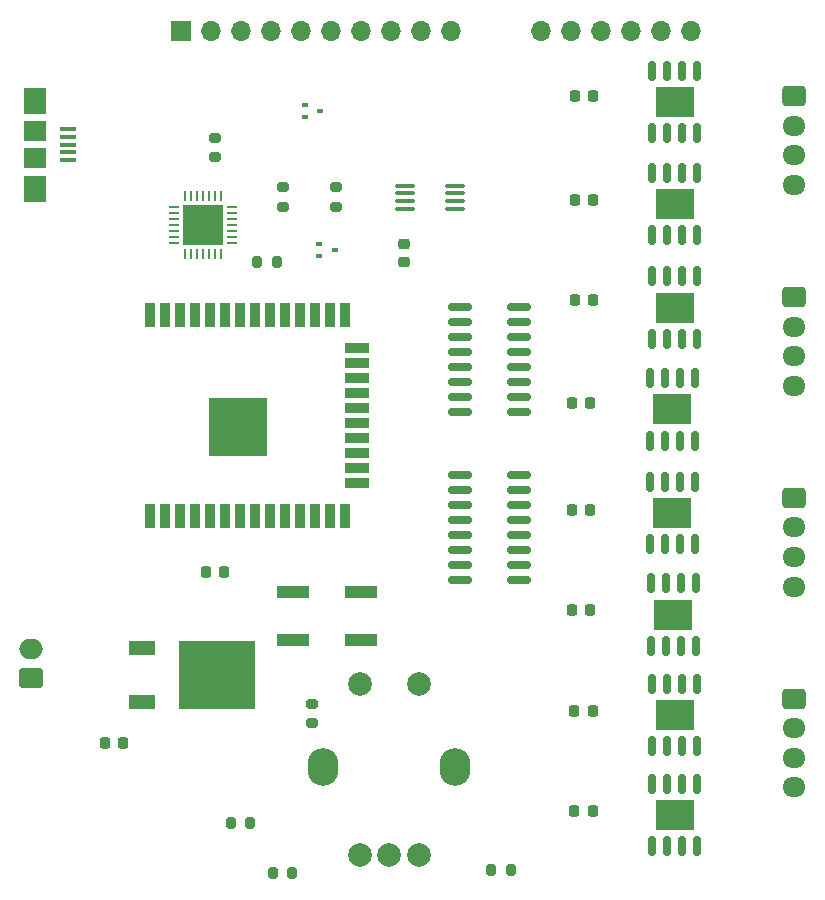
<source format=gbr>
%TF.GenerationSoftware,KiCad,Pcbnew,6.0.5-a6ca702e91~116~ubuntu20.04.1*%
%TF.CreationDate,2022-07-22T15:09:43-05:00*%
%TF.ProjectId,FormulaMixer_PCB-rounded,466f726d-756c-4614-9d69-7865725f5043,rev?*%
%TF.SameCoordinates,Original*%
%TF.FileFunction,Soldermask,Top*%
%TF.FilePolarity,Negative*%
%FSLAX46Y46*%
G04 Gerber Fmt 4.6, Leading zero omitted, Abs format (unit mm)*
G04 Created by KiCad (PCBNEW 6.0.5-a6ca702e91~116~ubuntu20.04.1) date 2022-07-22 15:09:43*
%MOMM*%
%LPD*%
G01*
G04 APERTURE LIST*
G04 Aperture macros list*
%AMRoundRect*
0 Rectangle with rounded corners*
0 $1 Rounding radius*
0 $2 $3 $4 $5 $6 $7 $8 $9 X,Y pos of 4 corners*
0 Add a 4 corners polygon primitive as box body*
4,1,4,$2,$3,$4,$5,$6,$7,$8,$9,$2,$3,0*
0 Add four circle primitives for the rounded corners*
1,1,$1+$1,$2,$3*
1,1,$1+$1,$4,$5*
1,1,$1+$1,$6,$7*
1,1,$1+$1,$8,$9*
0 Add four rect primitives between the rounded corners*
20,1,$1+$1,$2,$3,$4,$5,0*
20,1,$1+$1,$4,$5,$6,$7,0*
20,1,$1+$1,$6,$7,$8,$9,0*
20,1,$1+$1,$8,$9,$2,$3,0*%
G04 Aperture macros list end*
%ADD10R,0.900000X2.000000*%
%ADD11R,2.000000X0.900000*%
%ADD12R,5.000000X5.000000*%
%ADD13RoundRect,0.150000X-0.150000X0.662500X-0.150000X-0.662500X0.150000X-0.662500X0.150000X0.662500X0*%
%ADD14R,3.200000X2.514000*%
%ADD15RoundRect,0.062500X0.337500X0.062500X-0.337500X0.062500X-0.337500X-0.062500X0.337500X-0.062500X0*%
%ADD16RoundRect,0.062500X0.062500X0.337500X-0.062500X0.337500X-0.062500X-0.337500X0.062500X-0.337500X0*%
%ADD17R,3.350000X3.350000*%
%ADD18RoundRect,0.225000X-0.225000X-0.250000X0.225000X-0.250000X0.225000X0.250000X-0.225000X0.250000X0*%
%ADD19RoundRect,0.250000X-0.725000X0.600000X-0.725000X-0.600000X0.725000X-0.600000X0.725000X0.600000X0*%
%ADD20O,1.950000X1.700000*%
%ADD21RoundRect,0.200000X0.275000X-0.200000X0.275000X0.200000X-0.275000X0.200000X-0.275000X-0.200000X0*%
%ADD22RoundRect,0.250000X0.750000X-0.600000X0.750000X0.600000X-0.750000X0.600000X-0.750000X-0.600000X0*%
%ADD23O,2.000000X1.700000*%
%ADD24R,1.700000X1.700000*%
%ADD25O,1.700000X1.700000*%
%ADD26RoundRect,0.100000X-0.712500X-0.100000X0.712500X-0.100000X0.712500X0.100000X-0.712500X0.100000X0*%
%ADD27RoundRect,0.200000X0.200000X0.275000X-0.200000X0.275000X-0.200000X-0.275000X0.200000X-0.275000X0*%
%ADD28RoundRect,0.225000X-0.250000X0.225000X-0.250000X-0.225000X0.250000X-0.225000X0.250000X0.225000X0*%
%ADD29R,2.200000X1.200000*%
%ADD30R,6.400000X5.800000*%
%ADD31RoundRect,0.200000X-0.275000X0.200000X-0.275000X-0.200000X0.275000X-0.200000X0.275000X0.200000X0*%
%ADD32RoundRect,0.150000X-0.825000X-0.150000X0.825000X-0.150000X0.825000X0.150000X-0.825000X0.150000X0*%
%ADD33R,2.750000X1.000000*%
%ADD34R,0.510000X0.400000*%
%ADD35RoundRect,0.200000X-0.200000X-0.275000X0.200000X-0.275000X0.200000X0.275000X-0.200000X0.275000X0*%
%ADD36R,1.400000X0.400000*%
%ADD37R,1.900000X1.800000*%
%ADD38R,1.900000X2.300000*%
%ADD39RoundRect,1.300000X0.000000X0.300000X0.000000X0.300000X0.000000X-0.300000X0.000000X-0.300000X0*%
%ADD40C,2.000000*%
G04 APERTURE END LIST*
D10*
%TO.C,ESP32-WROOM-32D1*%
X66000000Y-86000000D03*
X67270000Y-86000000D03*
X68540000Y-86000000D03*
X69810000Y-86000000D03*
X71080000Y-86000000D03*
X72350000Y-86000000D03*
X73620000Y-86000000D03*
X74890000Y-86000000D03*
X76160000Y-86000000D03*
X77430000Y-86000000D03*
X78700000Y-86000000D03*
X79970000Y-86000000D03*
X81240000Y-86000000D03*
X82510000Y-86000000D03*
D11*
X83510000Y-83215000D03*
X83510000Y-81945000D03*
X83510000Y-80675000D03*
X83510000Y-79405000D03*
X83510000Y-78135000D03*
X83510000Y-76865000D03*
X83510000Y-75595000D03*
X83510000Y-74325000D03*
X83510000Y-73055000D03*
X83510000Y-71785000D03*
D10*
X82510000Y-69000000D03*
X81240000Y-69000000D03*
X79970000Y-69000000D03*
X78700000Y-69000000D03*
X77430000Y-69000000D03*
X76160000Y-69000000D03*
X74890000Y-69000000D03*
X73620000Y-69000000D03*
X72350000Y-69000000D03*
X71080000Y-69000000D03*
X69810000Y-69000000D03*
X68540000Y-69000000D03*
X67270000Y-69000000D03*
X66000000Y-69000000D03*
D12*
X73500000Y-78500000D03*
%TD*%
D13*
%TO.C,U4*%
X112355000Y-65742500D03*
X111085000Y-65742500D03*
X109815000Y-65742500D03*
X108545000Y-65742500D03*
X108545000Y-71017500D03*
X109815000Y-71017500D03*
X111085000Y-71017500D03*
X112355000Y-71017500D03*
D14*
X110450000Y-68380000D03*
%TD*%
D15*
%TO.C,CP1*%
X72950000Y-62880000D03*
X72950000Y-62380000D03*
X72950000Y-61880000D03*
X72950000Y-61380000D03*
X72950000Y-60880000D03*
X72950000Y-60380000D03*
X72950000Y-59880000D03*
D16*
X72000000Y-58930000D03*
X71500000Y-58930000D03*
X71000000Y-58930000D03*
X70500000Y-58930000D03*
X70000000Y-58930000D03*
X69500000Y-58930000D03*
X69000000Y-58930000D03*
D15*
X68050000Y-59880000D03*
X68050000Y-60380000D03*
X68050000Y-60880000D03*
X68050000Y-61380000D03*
X68050000Y-61880000D03*
X68050000Y-62380000D03*
X68050000Y-62880000D03*
D16*
X69000000Y-63830000D03*
X69500000Y-63830000D03*
X70000000Y-63830000D03*
X70500000Y-63830000D03*
X71000000Y-63830000D03*
X71500000Y-63830000D03*
X72000000Y-63830000D03*
D17*
X70500000Y-61380000D03*
%TD*%
D13*
%TO.C,U6*%
X112355000Y-100232500D03*
X111085000Y-100232500D03*
X109815000Y-100232500D03*
X108545000Y-100232500D03*
X108545000Y-105507500D03*
X109815000Y-105507500D03*
X111085000Y-105507500D03*
X112355000Y-105507500D03*
D14*
X110450000Y-102870000D03*
%TD*%
D13*
%TO.C,U10*%
X112205000Y-91742500D03*
X110935000Y-91742500D03*
X109665000Y-91742500D03*
X108395000Y-91742500D03*
X108395000Y-97017500D03*
X109665000Y-97017500D03*
X110935000Y-97017500D03*
X112205000Y-97017500D03*
D14*
X110300000Y-94380000D03*
%TD*%
D18*
%TO.C,C7*%
X101950000Y-102500000D03*
X103500000Y-102500000D03*
%TD*%
%TO.C,C8*%
X101950000Y-111000000D03*
X103500000Y-111000000D03*
%TD*%
%TO.C,C5*%
X101725000Y-85500000D03*
X103275000Y-85500000D03*
%TD*%
D19*
%TO.C,J4*%
X120500000Y-101500000D03*
D20*
X120500000Y-104000000D03*
X120500000Y-106500000D03*
X120500000Y-109000000D03*
%TD*%
D21*
%TO.C,R4*%
X71500000Y-55650000D03*
X71500000Y-54000000D03*
%TD*%
D22*
%TO.C,J5*%
X55975000Y-99750000D03*
D23*
X55975000Y-97250000D03*
%TD*%
D24*
%TO.C,U7*%
X68610000Y-45000000D03*
D25*
X71150000Y-45000000D03*
X73690000Y-45000000D03*
X76230000Y-45000000D03*
X78770000Y-45000000D03*
X81310000Y-45000000D03*
X83850000Y-45000000D03*
X86390000Y-45000000D03*
X88930000Y-45000000D03*
X91470000Y-45000000D03*
X99090000Y-45000000D03*
X101630000Y-45000000D03*
X104170000Y-45000000D03*
X106710000Y-45000000D03*
X109250000Y-45000000D03*
X111790000Y-45000000D03*
%TD*%
D21*
%TO.C,R6*%
X77250000Y-59825000D03*
X77250000Y-58175000D03*
%TD*%
D19*
%TO.C,J2*%
X120500000Y-67500000D03*
D20*
X120500000Y-70000000D03*
X120500000Y-72500000D03*
X120500000Y-75000000D03*
%TD*%
D18*
%TO.C,C9*%
X70725000Y-90750000D03*
X72275000Y-90750000D03*
%TD*%
%TO.C,C2*%
X101975000Y-59250000D03*
X103525000Y-59250000D03*
%TD*%
%TO.C,C4*%
X101725000Y-76500000D03*
X103275000Y-76500000D03*
%TD*%
D26*
%TO.C,MIC1*%
X87632500Y-58053000D03*
X87632500Y-59353000D03*
X91857500Y-59353000D03*
X91857500Y-58053000D03*
X91857500Y-60003000D03*
X91857500Y-58703000D03*
X87632500Y-58703000D03*
X87632500Y-60003000D03*
%TD*%
D27*
%TO.C,R7*%
X96575000Y-116000000D03*
X94925000Y-116000000D03*
%TD*%
D28*
%TO.C,C10*%
X87500000Y-63000000D03*
X87500000Y-64550000D03*
%TD*%
D27*
%TO.C,R8*%
X78075000Y-116250000D03*
X76425000Y-116250000D03*
%TD*%
D19*
%TO.C,J3*%
X120500000Y-84500000D03*
D20*
X120500000Y-87000000D03*
X120500000Y-89500000D03*
X120500000Y-92000000D03*
%TD*%
D29*
%TO.C,U12*%
X65375000Y-97195000D03*
D30*
X71675000Y-99475000D03*
D29*
X65375000Y-101755000D03*
%TD*%
D13*
%TO.C,U3*%
X112340000Y-48362500D03*
X111070000Y-48362500D03*
X109800000Y-48362500D03*
X108530000Y-48362500D03*
X108530000Y-53637500D03*
X109800000Y-53637500D03*
X111070000Y-53637500D03*
X112340000Y-53637500D03*
D14*
X110435000Y-51000000D03*
%TD*%
D13*
%TO.C,U11*%
X112355000Y-108732500D03*
X111085000Y-108732500D03*
X109815000Y-108732500D03*
X108545000Y-108732500D03*
X108545000Y-114007500D03*
X109815000Y-114007500D03*
X111085000Y-114007500D03*
X112355000Y-114007500D03*
D14*
X110450000Y-111370000D03*
%TD*%
D18*
%TO.C,C11*%
X62200000Y-105250000D03*
X63750000Y-105250000D03*
%TD*%
D21*
%TO.C,R5*%
X81750000Y-59825000D03*
X81750000Y-58175000D03*
%TD*%
D31*
%TO.C,R1*%
X79750000Y-101925000D03*
X79750000Y-103575000D03*
%TD*%
D13*
%TO.C,U5*%
X112155000Y-83112500D03*
X110885000Y-83112500D03*
X109615000Y-83112500D03*
X108345000Y-83112500D03*
X108345000Y-88387500D03*
X109615000Y-88387500D03*
X110885000Y-88387500D03*
X112155000Y-88387500D03*
D14*
X110250000Y-85750000D03*
%TD*%
D32*
%TO.C,U1*%
X92275000Y-82555000D03*
X92275000Y-83825000D03*
X92275000Y-85095000D03*
X92275000Y-86365000D03*
X92275000Y-87635000D03*
X92275000Y-88905000D03*
X92275000Y-90175000D03*
X92275000Y-91445000D03*
X97225000Y-91445000D03*
X97225000Y-90175000D03*
X97225000Y-88905000D03*
X97225000Y-87635000D03*
X97225000Y-86365000D03*
X97225000Y-85095000D03*
X97225000Y-83825000D03*
X97225000Y-82555000D03*
%TD*%
D18*
%TO.C,C3*%
X101975000Y-67750000D03*
X103525000Y-67750000D03*
%TD*%
D13*
%TO.C,U9*%
X112155000Y-74362500D03*
X110885000Y-74362500D03*
X109615000Y-74362500D03*
X108345000Y-74362500D03*
X108345000Y-79637500D03*
X109615000Y-79637500D03*
X110885000Y-79637500D03*
X112155000Y-79637500D03*
D14*
X110250000Y-77000000D03*
%TD*%
D18*
%TO.C,C1*%
X101975000Y-50500000D03*
X103525000Y-50500000D03*
%TD*%
%TO.C,C6*%
X101725000Y-94000000D03*
X103275000Y-94000000D03*
%TD*%
D33*
%TO.C,SW3*%
X78120000Y-92500000D03*
X83880000Y-92500000D03*
X78120000Y-96500000D03*
X83880000Y-96500000D03*
%TD*%
D32*
%TO.C,U2*%
X92275000Y-68305000D03*
X92275000Y-69575000D03*
X92275000Y-70845000D03*
X92275000Y-72115000D03*
X92275000Y-73385000D03*
X92275000Y-74655000D03*
X92275000Y-75925000D03*
X92275000Y-77195000D03*
X97225000Y-77195000D03*
X97225000Y-75925000D03*
X97225000Y-74655000D03*
X97225000Y-73385000D03*
X97225000Y-72115000D03*
X97225000Y-70845000D03*
X97225000Y-69575000D03*
X97225000Y-68305000D03*
%TD*%
D27*
%TO.C,R2*%
X74500000Y-112000000D03*
X72850000Y-112000000D03*
%TD*%
D19*
%TO.C,J1*%
X120500000Y-50500000D03*
D20*
X120500000Y-53000000D03*
X120500000Y-55500000D03*
X120500000Y-58000000D03*
%TD*%
D34*
%TO.C,Q2*%
X80355000Y-63000000D03*
X80355000Y-64000000D03*
X81645000Y-63500000D03*
%TD*%
D35*
%TO.C,R3*%
X75100000Y-64500000D03*
X76750000Y-64500000D03*
%TD*%
D36*
%TO.C,USB_MICRO1*%
X59100000Y-53300000D03*
X59100000Y-53950000D03*
X59100000Y-54600000D03*
X59100000Y-55250000D03*
X59100000Y-55900000D03*
D37*
X56250000Y-53450000D03*
D38*
X56250000Y-50850000D03*
X56250000Y-58350000D03*
D37*
X56250000Y-55750000D03*
%TD*%
D13*
%TO.C,U8*%
X112355000Y-56992500D03*
X111085000Y-56992500D03*
X109815000Y-56992500D03*
X108545000Y-56992500D03*
X108545000Y-62267500D03*
X109815000Y-62267500D03*
X111085000Y-62267500D03*
X112355000Y-62267500D03*
D14*
X110450000Y-59630000D03*
%TD*%
D34*
%TO.C,Q1*%
X79105000Y-51250000D03*
X79105000Y-52250000D03*
X80395000Y-51750000D03*
%TD*%
D39*
%TO.C,SW1*%
X91850000Y-107250000D03*
X80650000Y-107250000D03*
D40*
X88750000Y-114750000D03*
X83750000Y-114750000D03*
X86250000Y-114750000D03*
X88750000Y-100250000D03*
X83750000Y-100250000D03*
%TD*%
M02*

</source>
